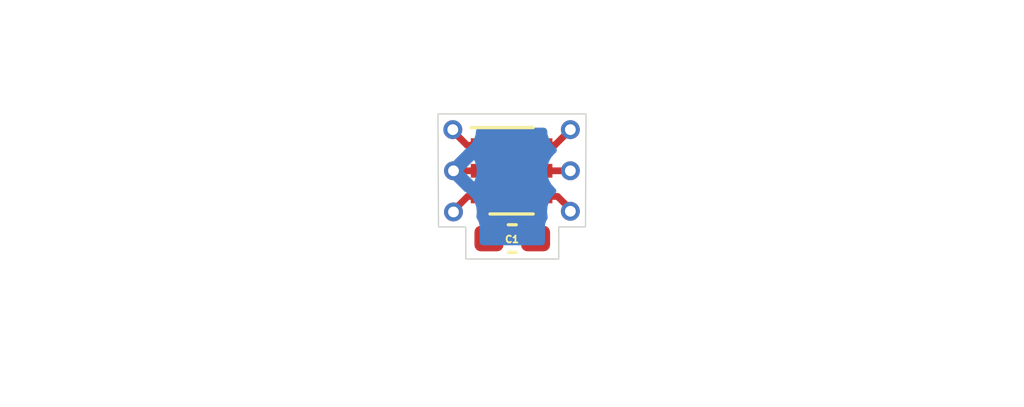
<source format=kicad_pcb>
(kicad_pcb (version 20211014) (generator pcbnew)
  (layers (0 "F.Cu" signal) (31 "B.Cu" signal) (34 "B.Paste" user) (35 "F.Paste" user) (36 "B.SilkS" user "B.Silkscreen") (37 "F.SilkS" user "F.Silkscreen") (38 "B.Mask" user) (39 "F.Mask" user) (44 "Edge.Cuts" user))
  (net 0 "")
  (net 1 "A")
  (net 2 "GND")
  (net 3 "B")
  (net 4 "OUT")
  (net 5 "VCC")
  (net 6 "C")
  (footprint "Capacitor_SMD:C_0603_1608Metric_Pad1.08x0.95mm_HandSolder" (layer "F.Cu") (at 153.02 98)
    (fp_text reference "C1" (at -0.01 0.03) (layer "F.SilkS") (effects (font (size 0.254 0.254) (thickness 0.0635))))
    (fp_text value "C_0603_1608Metric_Pad1.08x0.95mm_HandSolder")
    (fp_line (start -0.146267 -0.51) (end 0.146267 -0.51) (layer "F.SilkS") (width 0.12))
    (fp_line (start -0.146267 0.51) (end 0.146267 0.51) (layer "F.SilkS") (width 0.12))
    (pad "1" smd roundrect (at -0.8625 0) (size 1.075 0.95) (layers "F.Cu" "F.Paste" "F.Mask") (net 2 "GND"))
    (pad "2" smd roundrect (at 0.8625 0) (size 1.075 0.95) (layers "F.Cu" "F.Paste" "F.Mask") (net 5 "VCC"))
  )
  (footprint "" (layer "F.Cu") (at 155.17 95.49)
    (fp_text reference "" (at 0 0) (layer "F.SilkS") (effects (font (size 1.27 1.27))))
    (fp_text value "" (at 0 0) (layer "F.SilkS") (effects (font (size 1.27 1.27))))
    (pad "5" thru_hole circle locked (at 0 0) (size 0.7 0.7) (drill 0.4) (layers *.Cu *.Mask) (net 5 "VCC"))
  )
  (footprint "" (layer "F.Cu") (at 150.845 97.015)
    (fp_text reference "" (at 0 0) (layer "F.SilkS") (effects (font (size 1.27 1.27))))
    (fp_text value "" (at 0 0) (layer "F.SilkS") (effects (font (size 1.27 1.27))))
    (pad "3" thru_hole circle locked (at 0 0) (size 0.7 0.7) (drill 0.4) (layers *.Cu *.Mask) (net 3 "B"))
  )
  (footprint "Package_SO:TSOP-6_1.65x3.05mm_P0.95mm" (layer "F.Cu") (at 152.995 95.49)
    (fp_text reference "U5" hide)
    (fp_text value "74LVC1G332GW,125")
    (fp_line (start -0.8 1.6) (end 0.8 1.6) (layer "F.SilkS") (width 0.12))
    (fp_line (start 0.8 -1.6) (end -1.5 -1.6) (layer "F.SilkS") (width 0.12))
    (pad "2" smd rect locked (at -1.16 0) (size 0.7 0.51) (layers "F.Cu" "F.Paste" "F.Mask") (net 2 "GND"))
    (pad "3" smd rect locked (at -1.16 0.95) (size 0.7 0.51) (layers "F.Cu" "F.Paste" "F.Mask") (net 3 "B"))
    (pad "4" smd rect locked (at 1.16 0.95) (size 0.7 0.51) (layers "F.Cu" "F.Paste" "F.Mask") (net 4 "OUT"))
    (pad "5" smd rect locked (at 1.16 0) (size 0.7 0.51) (layers "F.Cu" "F.Paste" "F.Mask") (net 5 "VCC"))
    (pad "6" smd rect locked (at 1.16 -0.95) (size 0.7 0.51) (layers "F.Cu" "F.Paste" "F.Mask") (net 6 "C"))
    (pad "A" smd rect locked (at -1.16 -0.95) (size 0.7 0.51) (layers "F.Cu" "F.Paste" "F.Mask") (net 1 "A"))
  )
  (footprint "" (layer "F.Cu") (at 155.17 96.99)
    (fp_text reference "" (at 0 0) (layer "F.SilkS") (effects (font (size 1.27 1.27))))
    (fp_text value "" (at 0 0) (layer "F.SilkS") (effects (font (size 1.27 1.27))))
    (pad "4" thru_hole circle locked (at 0 0) (size 0.7 0.7) (drill 0.4) (layers *.Cu *.Mask) (net 4 "OUT"))
  )
  (footprint "" (layer "F.Cu") (at 150.845 95.49)
    (fp_text reference "" (at 0 0) (layer "F.SilkS") (effects (font (size 1.27 1.27))))
    (fp_text value "" (at 0 0) (layer "F.SilkS") (effects (font (size 1.27 1.27))))
    (pad "2" thru_hole circle locked (at 0 0) (size 0.7 0.7) (drill 0.4) (layers *.Cu *.Mask) (net 2 "GND"))
  )
  (footprint "" (layer "F.Cu") (at 150.82 93.965)
    (fp_text reference "" (at 0 0) (layer "F.SilkS") (effects (font (size 1.27 1.27))))
    (fp_text value "" (at 0 0) (layer "F.SilkS") (effects (font (size 1.27 1.27))))
    (pad "1" thru_hole circle locked (at 0 0) (size 0.7 0.7) (drill 0.4) (layers *.Cu *.Mask) (net 1 "A"))
  )
  (footprint "" (layer "F.Cu") (at 155.17 93.965)
    (fp_text reference "" (at 0 0) (layer "F.SilkS") (effects (font (size 1.27 1.27))))
    (fp_text value "" (at 0 0) (layer "F.SilkS") (effects (font (size 1.27 1.27))))
    (pad "6" thru_hole circle locked (at 0 0) (size 0.7 0.7) (drill 0.4) (layers *.Cu *.Mask) (net 6 "C"))
  )
  (gr_poly (pts (xy 155.73 97.57) (xy 154.74 97.57) (xy 154.740028 98.76) (xy 151.300028 98.759275) (xy 151.3 97.57) (xy 150.29 97.57) (xy 150.27 93.383074) (xy 155.75 93.383074)) (layer "Edge.Cuts") (width 0.05) (fill none))
  (segment (start 151.345 94.54) (end 151.835 94.54) (width 0.25) (layer "F.Cu") (net 1))
  (segment (start 150.82 94.015) (end 151.345 94.54) (width 0.25) (layer "F.Cu") (net 1))
  (segment (start 150.845 95.49) (end 151.835 95.49) (width 0.25) (layer "F.Cu") (net 2))
  (segment (start 151.99 95.49) (end 151.97 95.51) (width 0.25) (layer "F.Cu") (net 2))
  (segment (start 152.725 97.23) (end 152.725 95.55) (width 0.25) (layer "F.Cu") (net 2))
  (segment (start 152.665 95.49) (end 151.99 95.49) (width 0.25) (layer "F.Cu") (net 2))
  (segment (start 152.685 95.51) (end 152.665 95.49) (width 0.25) (layer "F.Cu") (net 2))
  (segment (start 152.2425 97.7125) (end 152.725 97.23) (width 0.25) (layer "F.Cu") (net 2))
  (segment (start 151.37 96.44) (end 151.835 96.44) (width 0.25) (layer "F.Cu") (net 3))
  (segment (start 150.87 96.94) (end 151.37 96.44) (width 0.25) (layer "F.Cu") (net 3))
  (segment (start 154.695 96.44) (end 155.195 96.94) (width 0.25) (layer "F.Cu") (net 4))
  (segment (start 154.155 96.44) (end 154.695 96.44) (width 0.25) (layer "F.Cu") (net 4))
  (segment (start 153.44 95.49) (end 154.155 95.49) (width 0.25) (layer "F.Cu") (net 5))
  (segment (start 153.8825 98) (end 153.8825 97.6925) (width 0.25) (layer "F.Cu") (net 5))
  (segment (start 154.155 95.49) (end 155.17 95.49) (width 0.25) (layer "F.Cu") (net 5))
  (segment (start 153.8825 97.6925) (end 153.4 97.21) (width 0.25) (layer "F.Cu") (net 5))
  (segment (start 153.4 97.21) (end 153.4 95.53) (width 0.25) (layer "F.Cu") (net 5))
  (segment (start 153.4 95.53) (end 153.44 95.49) (width 0.25) (layer "F.Cu") (net 5))
  (segment (start 154.595 94.54) (end 154.155 94.54) (width 0.25) (layer "F.Cu") (net 6))
  (segment (start 155.17 93.965) (end 154.595 94.54) (width 0.25) (layer "F.Cu") (net 6))
  (zone (net 2) (net_name "GND") (layer "B.Cu") (connect_pads (clearance 0.508)) (min_thickness 0.254) (fill yes (thermal_gap 0.508) (thermal_bridge_width 0.508))
    (polygon (pts (xy 150.3 93.36) (xy 155.72 93.37) (xy 155.73 97.56) (xy 154.74 97.56) (xy 154.73 98.75) (xy 151.29 98.72) (xy 151.28 97.53) (xy 150.26 97.55) (xy 150.28 93.34)))
  )
)
</source>
